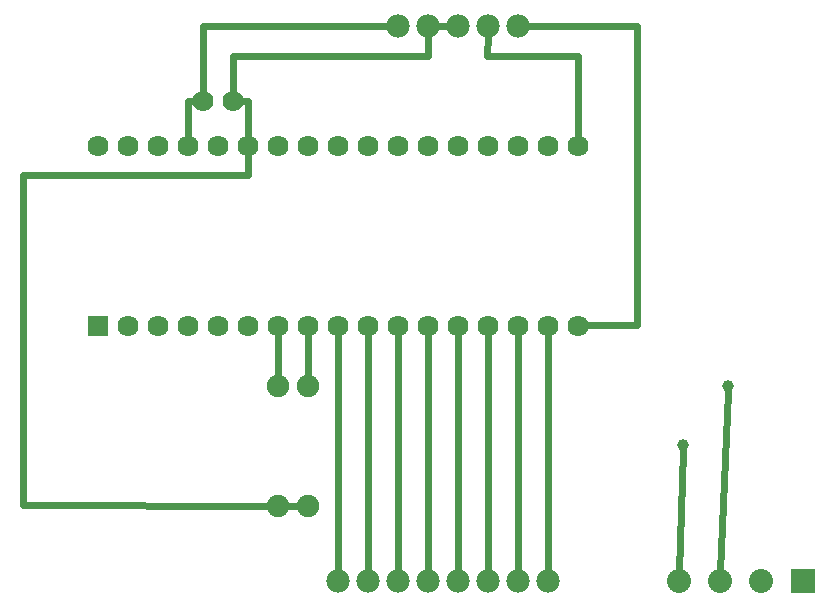
<source format=gbl>
G04 MADE WITH FRITZING*
G04 WWW.FRITZING.ORG*
G04 DOUBLE SIDED*
G04 HOLES PLATED*
G04 CONTOUR ON CENTER OF CONTOUR VECTOR*
%ASAXBY*%
%FSLAX23Y23*%
%MOIN*%
%OFA0B0*%
%SFA1.0B1.0*%
%ADD10C,0.080000*%
%ADD11C,0.070555*%
%ADD12C,0.070583*%
%ADD13C,0.075000*%
%ADD14C,0.078000*%
%ADD15C,0.070000*%
%ADD16C,0.039370*%
%ADD17R,0.080000X0.080000*%
%ADD18R,0.070542X0.070570*%
%ADD19C,0.024000*%
%LNCOPPER0*%
G90*
G70*
G54D10*
X2894Y172D03*
X2757Y172D03*
X2619Y172D03*
X2481Y172D03*
G54D11*
X544Y1022D03*
X644Y1022D03*
X744Y1022D03*
X844Y1022D03*
X944Y1022D03*
X1044Y1022D03*
X1144Y1022D03*
X1244Y1022D03*
X1344Y1022D03*
G54D12*
X1444Y1022D03*
X1544Y1022D03*
X1644Y1022D03*
G54D11*
X1744Y1022D03*
X1844Y1022D03*
G54D12*
X1944Y1022D03*
X2044Y1022D03*
X2144Y1022D03*
G54D11*
X544Y1622D03*
X644Y1622D03*
X744Y1622D03*
X844Y1622D03*
X944Y1622D03*
X1044Y1622D03*
X1344Y1622D03*
G54D12*
X1444Y1622D03*
G54D11*
X1244Y1622D03*
X1144Y1622D03*
G54D12*
X1544Y1622D03*
X1644Y1622D03*
G54D11*
X1744Y1622D03*
X1844Y1622D03*
G54D12*
X1944Y1622D03*
X2044Y1622D03*
X2144Y1622D03*
G54D13*
X1144Y822D03*
X1144Y422D03*
X1244Y822D03*
X1244Y422D03*
G54D14*
X2044Y172D03*
X1944Y172D03*
X1844Y172D03*
X1744Y172D03*
X1644Y172D03*
X1544Y172D03*
X1444Y172D03*
X1344Y172D03*
X1544Y2022D03*
X1644Y2022D03*
X1744Y2022D03*
X1844Y2022D03*
X1944Y2022D03*
G54D15*
X894Y1772D03*
X995Y1772D03*
G54D16*
X2645Y821D03*
X2497Y623D03*
G54D17*
X2894Y172D03*
G54D18*
X544Y1022D03*
G54D19*
X1144Y851D02*
X1144Y993D01*
D02*
X1244Y851D02*
X1244Y993D01*
D02*
X1173Y422D02*
X1216Y422D01*
D02*
X847Y1772D02*
X868Y1772D01*
D02*
X845Y1652D02*
X847Y1772D01*
D02*
X1045Y1772D02*
X1021Y1772D01*
D02*
X1045Y1652D02*
X1045Y1772D01*
D02*
X896Y2020D02*
X1514Y2022D01*
D02*
X895Y1798D02*
X896Y2020D01*
D02*
X995Y1921D02*
X1644Y1921D01*
D02*
X1644Y1921D02*
X1644Y1992D01*
D02*
X995Y1798D02*
X995Y1921D01*
D02*
X1714Y2022D02*
X1675Y2022D01*
D02*
X2044Y992D02*
X2044Y202D01*
D02*
X1944Y992D02*
X1944Y202D01*
D02*
X1844Y993D02*
X1844Y202D01*
D02*
X1744Y993D02*
X1744Y202D01*
D02*
X1644Y992D02*
X1644Y202D01*
D02*
X1544Y992D02*
X1544Y202D01*
D02*
X1444Y992D02*
X1444Y202D01*
D02*
X1344Y993D02*
X1344Y202D01*
D02*
X2343Y1024D02*
X2174Y1023D01*
D02*
X1975Y2022D02*
X2343Y2020D01*
D02*
X2343Y2020D02*
X2343Y1024D01*
D02*
X2145Y1921D02*
X2144Y1652D01*
D02*
X1844Y1992D02*
X1842Y1921D01*
D02*
X1842Y1921D02*
X2145Y1921D01*
D02*
X1045Y1525D02*
X1045Y1592D01*
D02*
X297Y1525D02*
X1045Y1525D01*
D02*
X297Y425D02*
X297Y1525D01*
D02*
X1116Y422D02*
X297Y425D01*
D02*
X2644Y802D02*
X2620Y203D01*
D02*
X2496Y604D02*
X2482Y203D01*
G04 End of Copper0*
M02*
</source>
